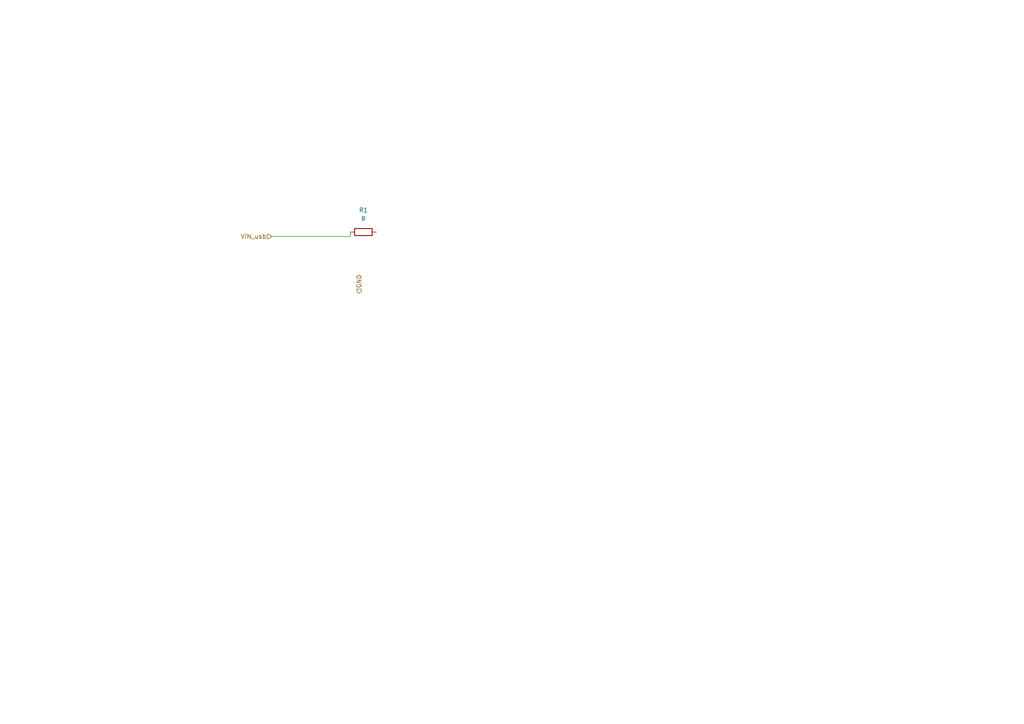
<source format=kicad_sch>
(kicad_sch (version 20250114) (generator "eeschema") (generator_version "9.0")
  (paper "A4")
  (lib_symbols
    (symbol "Device:R" (pin_numbers (hide yes)) (pin_names (offset 0))
      (property "Reference" "R" (at 2.032 0 90))
      (property "Value" "R" (at 0 0 90))
      (symbol "R_0_1"
        (rectangle (start -1.016 -2.54) (end 1.016 2.54) (stroke (width 0.254)))
      )
      (symbol "R_1_1"
        (pin passive line (at 0 3.81 270) (length 1.27) (name "~") (number "1"))
        (pin passive line (at 0 -3.81 90) (length 1.27) (name "~") (number "2"))
      )
    )
  )
  (wire (pts (xy 101.6 68.58) (xy 101.6 67.31)))
  (wire (pts (xy 78.74 68.58) (xy 101.6 68.58)))
  (hierarchical_label "GND" (shape input) (at 104.14 85.09 90))
  (hierarchical_label "VIN_usb" (shape input) (at 78.74 68.58 180))
  (symbol (lib_id "Device:R") (at 105.41 67.31 90) (unit 1)
    (property "Reference" "R1" (at 105.41 60.96 90))
    (property "Value" "R" (at 105.41 63.5 90))
    (property "Description" "Resistor" (effects (hide yes)))
  )
)
</source>
